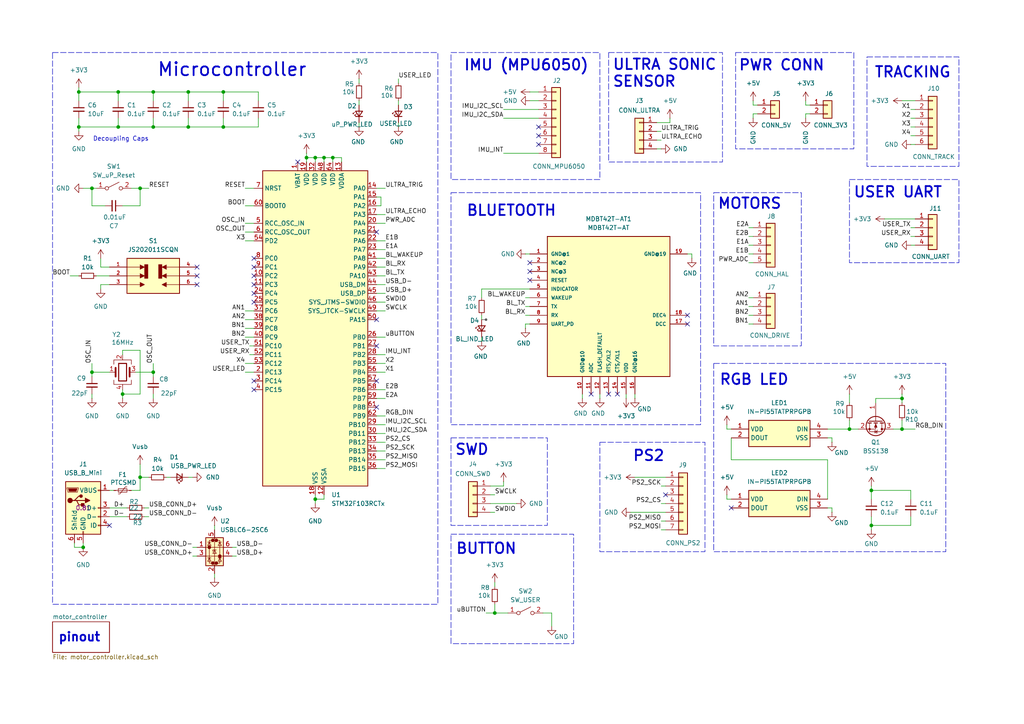
<source format=kicad_sch>
(kicad_sch (version 20250114) (generator "eeschema") (generator_version "9.0")
  (paper "A4")
  (title_block (title "Robot Brain PCB Board") (date "2025-05-06") (rev "1.0") (company "Rana Seif"))
  (rectangle (start 130.81 154.94) (end 166.37 186.69) (stroke (width 0) (type dash)))
  (rectangle (start 207.01 55.88) (end 232.41 100.33) (stroke (width 0) (type dash)))
  (rectangle (start 130.81 15.24) (end 173.99 52.07) (stroke (width 0) (type dash)))
  (rectangle (start 173.99 128.27) (end 204.47 160.02) (stroke (width 0) (type dash)))
  (rectangle (start 15.24 15.24) (end 127 175.26) (stroke (width 0) (type dash)))
  (rectangle (start 176.53 15.24) (end 209.55 46.99) (stroke (width 0) (type dash)))
  (rectangle (start 246.38 52.07) (end 278.13 76.2) (stroke (width 0) (type dash)))
  (rectangle (start 251.46 16.51) (end 278.13 48.26) (stroke (width 0) (type dash)))
  (rectangle (start 130.81 127) (end 158.75 152.4) (stroke (width 0) (type dash)))
  (rectangle (start 213.36 15.24) (end 247.65 43.18) (stroke (width 0) (type dash)))
  (rectangle (start 130.81 55.88) (end 203.2 123.19) (stroke (width 0) (type dash)))
  (rectangle (start 207.01 105.41) (end 274.32 160.02) (stroke (width 0) (type dash)))
  (text "PWR CONN" (at 214.122 19.05 0) (effects (font (size 3.048 3.048) (thickness 0.508) (bold yes)) (justify left)))
  (text "ULTRA SONIC\nSENSOR" (at 177.546 21.336 0) (effects (font (size 3.048 3.048) (thickness 0.508) (bold yes)) (justify left)))
  (text "Decoupling Caps" (at 35.052 40.386 0) (effects (font (size 1.27 1.27))))
  (text "BUTTON" (at 132.08 159.258 0) (effects (font (size 3.048 3.048) (thickness 0.508) (bold yes)) (justify left)))
  (text "MOTORS" (at 208.026 59.182 0) (effects (font (size 3.048 3.048) (thickness 0.508) (bold yes)) (justify left)))
  (text "PS2" (at 183.388 132.334 0) (effects (font (size 3.048 3.048) (thickness 0.508) (bold yes)) (justify left)))
  (text "RGB LED" (at 208.534 110.236 0) (effects (font (size 3.048 3.048) (thickness 0.508) (bold yes)) (justify left)))
  (text "Microcontroller" (at 67.31 20.32 0) (effects (font (size 3.81 3.81) (thickness 0.508) (bold yes))))
  (text "TRACKING\n" (at 253.492 21.082 0) (effects (font (size 3.048 3.048) (thickness 0.508) (bold yes)) (justify left)))
  (text "pinout" (at 16.764 184.912 0) (effects (font (size 2.54 2.54) (thickness 0.508) (bold yes)) (justify left)))
  (text "IMU (MPU6050)" (at 152.654 19.05 0) (effects (font (size 3.048 3.048) (thickness 0.508) (bold yes))))
  (text "SWD" (at 131.826 130.556 0) (effects (font (size 3.048 3.048) (thickness 0.508) (bold yes)) (justify left)))
  (text "USER UART\n" (at 247.396 55.88 0) (effects (font (size 3.048 3.048) (thickness 0.508) (bold yes)) (justify left)))
  (text "BLUETOOTH" (at 148.336 61.214 0) (effects (font (size 3.048 3.048) (thickness 0.508) (bold yes))))
  (junction (at 246.38 124.46))
  (junction (at 26.67 54.61))
  (junction (at 40.64 138.43))
  (junction (at 34.29 36.83))
  (junction (at 252.73 152.4))
  (junction (at 35.56 114.3))
  (junction (at 24.13 158.75))
  (junction (at 261.62 115.57))
  (junction (at 44.45 26.67))
  (junction (at 40.64 54.61))
  (junction (at 96.52 45.72))
  (junction (at 64.77 36.83))
  (junction (at 252.73 142.24))
  (junction (at 93.98 45.72))
  (junction (at 91.44 144.78))
  (junction (at 54.61 26.67))
  (junction (at 34.29 26.67))
  (junction (at 64.77 26.67))
  (junction (at 44.45 36.83))
  (junction (at 91.44 45.72))
  (junction (at 143.51 177.8))
  (junction (at 88.9 45.72))
  (junction (at 22.86 36.83))
  (junction (at 44.45 107.95))
  (junction (at 261.62 124.46))
  (junction (at 54.61 36.83))
  (junction (at 22.86 26.67))
  (junction (at 26.67 107.95))
  (no_connect (at 176.53 114.3))
  (no_connect (at 109.22 110.49))
  (no_connect (at 86.36 46.99))
  (no_connect (at 153.67 81.28))
  (no_connect (at 73.66 77.47))
  (no_connect (at 57.15 80.01))
  (no_connect (at 153.67 78.74))
  (no_connect (at 73.66 110.49))
  (no_connect (at 199.39 93.98))
  (no_connect (at 171.45 114.3))
  (no_connect (at 109.22 92.71))
  (no_connect (at 199.39 91.44))
  (no_connect (at 156.21 41.91))
  (no_connect (at 109.22 118.11))
  (no_connect (at 73.66 82.55))
  (no_connect (at 156.21 39.37))
  (no_connect (at 109.22 67.31))
  (no_connect (at 73.66 80.01))
  (no_connect (at 31.75 152.4))
  (no_connect (at 73.66 113.03))
  (no_connect (at 179.07 114.3))
  (no_connect (at 109.22 100.33))
  (no_connect (at 212.09 147.32))
  (no_connect (at 57.15 77.47))
  (no_connect (at 73.66 85.09))
  (no_connect (at 153.67 76.2))
  (no_connect (at 73.66 74.93))
  (no_connect (at 193.04 143.51))
  (no_connect (at 73.66 87.63))
  (no_connect (at 57.15 82.55))
  (no_connect (at 156.21 36.83))
  (wire (pts (xy 139.7 83.82) (xy 139.7 86.36)))
  (wire (pts (xy 194.31 35.56) (xy 194.31 34.29)))
  (wire (pts (xy 27.94 80.01) (xy 31.75 80.01)))
  (wire (pts (xy 143.51 177.8) (xy 147.32 177.8)))
  (wire (pts (xy 71.12 90.17) (xy 73.66 90.17)))
  (wire (pts (xy 71.12 92.71) (xy 73.66 92.71)))
  (wire (pts (xy 55.88 161.29) (xy 57.15 161.29)))
  (wire (pts (xy 22.86 25.4) (xy 22.86 26.67)))
  (wire (pts (xy 96.52 45.72) (xy 99.06 45.72)))
  (wire (pts (xy 217.17 71.12) (xy 218.44 71.12)))
  (wire (pts (xy 191.77 151.13) (xy 193.04 151.13)))
  (wire (pts (xy 190.5 38.1) (xy 191.77 38.1)))
  (wire (pts (xy 109.22 130.81) (xy 111.76 130.81)))
  (wire (pts (xy 109.22 87.63) (xy 111.76 87.63)))
  (wire (pts (xy 34.29 26.67) (xy 22.86 26.67)))
  (wire (pts (xy 218.44 34.29) (xy 218.44 33.02)))
  (wire (pts (xy 241.3 127) (xy 240.03 127)))
  (wire (pts (xy 35.56 101.6) (xy 40.64 101.6)))
  (wire (pts (xy 109.22 135.89) (xy 111.76 135.89)))
  (wire (pts (xy 210.82 144.78) (xy 210.82 143.51)))
  (wire (pts (xy 40.64 54.61) (xy 43.18 54.61)))
  (wire (pts (xy 71.12 59.69) (xy 73.66 59.69)))
  (wire (pts (xy 212.09 144.78) (xy 210.82 144.78)))
  (wire (pts (xy 71.12 69.85) (xy 73.66 69.85)))
  (wire (pts (xy 160.02 177.8) (xy 157.48 177.8)))
  (wire (pts (xy 64.77 26.67) (xy 54.61 26.67)))
  (wire (pts (xy 93.98 45.72) (xy 96.52 45.72)))
  (wire (pts (xy 254 116.84) (xy 254 115.57)))
  (wire (pts (xy 54.61 34.29) (xy 54.61 36.83)))
  (wire (pts (xy 29.21 82.55) (xy 31.75 82.55)))
  (wire (pts (xy 233.68 30.48) (xy 233.68 29.21)))
  (wire (pts (xy 139.7 91.44) (xy 139.7 92.71)))
  (wire (pts (xy 217.17 88.9) (xy 218.44 88.9)))
  (wire (pts (xy 62.23 166.37) (xy 62.23 167.64)))
  (wire (pts (xy 264.16 142.24) (xy 252.73 142.24)))
  (wire (pts (xy 219.71 30.48) (xy 218.44 30.48)))
  (wire (pts (xy 24.13 54.61) (xy 26.67 54.61)))
  (wire (pts (xy 190.5 40.64) (xy 191.77 40.64)))
  (wire (pts (xy 142.24 140.97) (xy 146.05 140.97)))
  (wire (pts (xy 35.56 114.3) (xy 35.56 115.57)))
  (wire (pts (xy 233.68 33.02) (xy 234.95 33.02)))
  (wire (pts (xy 184.15 114.3) (xy 184.15 115.57)))
  (wire (pts (xy 199.39 73.66) (xy 200.66 73.66)))
  (wire (pts (xy 55.88 158.75) (xy 57.15 158.75)))
  (wire (pts (xy 217.17 76.2) (xy 218.44 76.2)))
  (wire (pts (xy 22.86 26.67) (xy 22.86 29.21)))
  (wire (pts (xy 29.21 83.82) (xy 29.21 82.55)))
  (wire (pts (xy 246.38 114.3) (xy 246.38 116.84)))
  (wire (pts (xy 210.82 124.46) (xy 210.82 123.19)))
  (wire (pts (xy 38.1 142.24) (xy 40.64 142.24)))
  (wire (pts (xy 41.91 149.86) (xy 43.18 149.86)))
  (wire (pts (xy 26.67 59.69) (xy 26.67 54.61)))
  (wire (pts (xy 264.16 68.58) (xy 265.43 68.58)))
  (wire (pts (xy 248.92 124.46) (xy 246.38 124.46)))
  (wire (pts (xy 191.77 140.97) (xy 193.04 140.97)))
  (wire (pts (xy 217.17 86.36) (xy 218.44 86.36)))
  (wire (pts (xy 91.44 45.72) (xy 93.98 45.72)))
  (wire (pts (xy 143.51 175.26) (xy 143.51 177.8)))
  (wire (pts (xy 264.16 149.86) (xy 264.16 152.4)))
  (wire (pts (xy 261.62 121.92) (xy 261.62 124.46)))
  (wire (pts (xy 24.13 157.48) (xy 24.13 158.75)))
  (wire (pts (xy 109.22 128.27) (xy 111.76 128.27)))
  (wire (pts (xy 71.12 107.95) (xy 73.66 107.95)))
  (wire (pts (xy 22.86 36.83) (xy 22.86 34.29)))
  (wire (pts (xy 261.62 115.57) (xy 261.62 116.84)))
  (wire (pts (xy 71.12 97.79) (xy 73.66 97.79)))
  (wire (pts (xy 88.9 45.72) (xy 91.44 45.72)))
  (wire (pts (xy 264.16 39.37) (xy 265.43 39.37)))
  (wire (pts (xy 91.44 45.72) (xy 91.44 46.99)))
  (wire (pts (xy 29.21 77.47) (xy 29.21 74.93)))
  (wire (pts (xy 35.56 59.69) (xy 40.64 59.69)))
  (wire (pts (xy 109.22 85.09) (xy 111.76 85.09)))
  (wire (pts (xy 152.4 86.36) (xy 153.67 86.36)))
  (wire (pts (xy 93.98 144.78) (xy 91.44 144.78)))
  (wire (pts (xy 261.62 124.46) (xy 259.08 124.46)))
  (wire (pts (xy 71.12 64.77) (xy 73.66 64.77)))
  (wire (pts (xy 74.93 29.21) (xy 74.93 26.67)))
  (wire (pts (xy 109.22 107.95) (xy 111.76 107.95)))
  (wire (pts (xy 217.17 66.04) (xy 218.44 66.04)))
  (wire (pts (xy 72.39 102.87) (xy 73.66 102.87)))
  (wire (pts (xy 93.98 45.72) (xy 93.98 46.99)))
  (wire (pts (xy 153.67 93.98) (xy 152.4 93.98)))
  (wire (pts (xy 31.75 142.24) (xy 33.02 142.24)))
  (wire (pts (xy 109.22 115.57) (xy 111.76 115.57)))
  (wire (pts (xy 264.16 41.91) (xy 265.43 41.91)))
  (wire (pts (xy 264.16 152.4) (xy 252.73 152.4)))
  (wire (pts (xy 22.86 36.83) (xy 22.86 38.1)))
  (wire (pts (xy 54.61 138.43) (xy 55.88 138.43)))
  (wire (pts (xy 212.09 124.46) (xy 210.82 124.46)))
  (wire (pts (xy 152.4 88.9) (xy 153.67 88.9)))
  (wire (pts (xy 109.22 120.65) (xy 111.76 120.65)))
  (wire (pts (xy 64.77 34.29) (xy 64.77 36.83)))
  (wire (pts (xy 191.77 153.67) (xy 193.04 153.67)))
  (wire (pts (xy 67.31 161.29) (xy 68.58 161.29)))
  (wire (pts (xy 91.44 144.78) (xy 91.44 143.51)))
  (wire (pts (xy 152.4 73.66) (xy 153.67 73.66)))
  (wire (pts (xy 152.4 91.44) (xy 153.67 91.44)))
  (wire (pts (xy 54.61 36.83) (xy 44.45 36.83)))
  (wire (pts (xy 39.37 107.95) (xy 44.45 107.95)))
  (wire (pts (xy 109.22 57.15) (xy 110.49 57.15)))
  (wire (pts (xy 246.38 124.46) (xy 246.38 121.92)))
  (wire (pts (xy 44.45 26.67) (xy 34.29 26.67)))
  (wire (pts (xy 40.64 142.24) (xy 40.64 138.43)))
  (wire (pts (xy 146.05 140.97) (xy 146.05 139.7)))
  (wire (pts (xy 96.52 45.72) (xy 96.52 46.99)))
  (wire (pts (xy 146.05 44.45) (xy 156.21 44.45)))
  (wire (pts (xy 217.17 68.58) (xy 218.44 68.58)))
  (wire (pts (xy 264.16 66.04) (xy 265.43 66.04)))
  (wire (pts (xy 44.45 36.83) (xy 34.29 36.83)))
  (wire (pts (xy 152.4 93.98) (xy 152.4 95.25)))
  (wire (pts (xy 71.12 105.41) (xy 73.66 105.41)))
  (wire (pts (xy 109.22 54.61) (xy 111.76 54.61)))
  (wire (pts (xy 241.3 148.59) (xy 241.3 147.32)))
  (wire (pts (xy 40.64 101.6) (xy 40.64 114.3)))
  (wire (pts (xy 234.95 30.48) (xy 233.68 30.48)))
  (wire (pts (xy 31.75 149.86) (xy 36.83 149.86)))
  (wire (pts (xy 109.22 59.69) (xy 110.49 59.69)))
  (wire (pts (xy 264.16 34.29) (xy 265.43 34.29)))
  (wire (pts (xy 190.5 35.56) (xy 194.31 35.56)))
  (wire (pts (xy 217.17 91.44) (xy 218.44 91.44)))
  (wire (pts (xy 191.77 146.05) (xy 193.04 146.05)))
  (wire (pts (xy 168.91 114.3) (xy 168.91 115.57)))
  (wire (pts (xy 264.16 71.12) (xy 265.43 71.12)))
  (wire (pts (xy 40.64 138.43) (xy 43.18 138.43)))
  (wire (pts (xy 88.9 44.45) (xy 88.9 45.72)))
  (wire (pts (xy 109.22 102.87) (xy 111.76 102.87)))
  (wire (pts (xy 31.75 147.32) (xy 36.83 147.32)))
  (wire (pts (xy 241.3 147.32) (xy 240.03 147.32)))
  (wire (pts (xy 109.22 105.41) (xy 111.76 105.41)))
  (wire (pts (xy 109.22 97.79) (xy 111.76 97.79)))
  (wire (pts (xy 71.12 67.31) (xy 73.66 67.31)))
  (wire (pts (xy 212.09 133.35) (xy 240.03 133.35)))
  (wire (pts (xy 93.98 143.51) (xy 93.98 144.78)))
  (wire (pts (xy 181.61 114.3) (xy 181.61 115.57)))
  (wire (pts (xy 40.64 138.43) (xy 40.64 134.62)))
  (wire (pts (xy 218.44 33.02) (xy 219.71 33.02)))
  (wire (pts (xy 256.54 63.5) (xy 265.43 63.5)))
  (wire (pts (xy 109.22 125.73) (xy 111.76 125.73)))
  (wire (pts (xy 139.7 97.79) (xy 139.7 99.06)))
  (wire (pts (xy 35.56 114.3) (xy 35.56 113.03)))
  (wire (pts (xy 233.68 34.29) (xy 233.68 33.02)))
  (wire (pts (xy 64.77 26.67) (xy 64.77 29.21)))
  (wire (pts (xy 40.64 114.3) (xy 35.56 114.3)))
  (wire (pts (xy 142.24 148.59) (xy 143.51 148.59)))
  (wire (pts (xy 142.24 146.05) (xy 149.86 146.05)))
  (wire (pts (xy 21.59 158.75) (xy 24.13 158.75)))
  (wire (pts (xy 30.48 59.69) (xy 26.67 59.69)))
  (wire (pts (xy 74.93 34.29) (xy 74.93 36.83)))
  (wire (pts (xy 26.67 114.3) (xy 26.67 115.57)))
  (wire (pts (xy 252.73 152.4) (xy 252.73 149.86)))
  (wire (pts (xy 54.61 26.67) (xy 54.61 29.21)))
  (wire (pts (xy 173.99 114.3) (xy 173.99 115.57)))
  (wire (pts (xy 44.45 26.67) (xy 44.45 29.21)))
  (wire (pts (xy 88.9 45.72) (xy 88.9 46.99)))
  (wire (pts (xy 31.75 77.47) (xy 29.21 77.47)))
  (wire (pts (xy 200.66 73.66) (xy 200.66 74.93)))
  (wire (pts (xy 109.22 77.47) (xy 111.76 77.47)))
  (wire (pts (xy 109.22 69.85) (xy 111.76 69.85)))
  (wire (pts (xy 104.14 22.86) (xy 104.14 24.13)))
  (wire (pts (xy 34.29 26.67) (xy 34.29 29.21)))
  (wire (pts (xy 48.26 138.43) (xy 49.53 138.43)))
  (wire (pts (xy 261.62 124.46) (xy 265.43 124.46)))
  (wire (pts (xy 146.05 31.75) (xy 156.21 31.75)))
  (wire (pts (xy 217.17 93.98) (xy 218.44 93.98)))
  (wire (pts (xy 212.09 127) (xy 212.09 133.35)))
  (wire (pts (xy 109.22 64.77) (xy 111.76 64.77)))
  (wire (pts (xy 153.67 83.82) (xy 139.7 83.82)))
  (wire (pts (xy 34.29 36.83) (xy 22.86 36.83)))
  (wire (pts (xy 109.22 113.03) (xy 111.76 113.03)))
  (wire (pts (xy 146.05 34.29) (xy 156.21 34.29)))
  (wire (pts (xy 252.73 152.4) (xy 252.73 153.67)))
  (wire (pts (xy 264.16 142.24) (xy 264.16 144.78)))
  (wire (pts (xy 264.16 36.83) (xy 265.43 36.83)))
  (wire (pts (xy 40.64 54.61) (xy 40.64 59.69)))
  (wire (pts (xy 26.67 107.95) (xy 26.67 109.22)))
  (wire (pts (xy 115.57 29.21) (xy 115.57 30.48)))
  (wire (pts (xy 71.12 54.61) (xy 73.66 54.61)))
  (wire (pts (xy 217.17 73.66) (xy 218.44 73.66)))
  (wire (pts (xy 99.06 46.99) (xy 99.06 45.72)))
  (wire (pts (xy 115.57 22.86) (xy 115.57 24.13)))
  (wire (pts (xy 21.59 157.48) (xy 21.59 158.75)))
  (wire (pts (xy 261.62 114.3) (xy 261.62 115.57)))
  (wire (pts (xy 240.03 133.35) (xy 240.03 144.78)))
  (wire (pts (xy 91.44 144.78) (xy 91.44 146.05)))
  (wire (pts (xy 41.91 147.32) (xy 43.18 147.32)))
  (wire (pts (xy 62.23 152.4) (xy 62.23 153.67)))
  (wire (pts (xy 35.56 102.87) (xy 35.56 101.6)))
  (wire (pts (xy 240.03 124.46) (xy 246.38 124.46)))
  (wire (pts (xy 44.45 107.95) (xy 44.45 109.22)))
  (wire (pts (xy 143.51 168.91) (xy 143.51 170.18)))
  (wire (pts (xy 252.73 140.97) (xy 252.73 142.24)))
  (wire (pts (xy 26.67 105.41) (xy 26.67 107.95)))
  (wire (pts (xy 218.44 30.48) (xy 218.44 29.21)))
  (wire (pts (xy 64.77 36.83) (xy 54.61 36.83)))
  (wire (pts (xy 71.12 95.25) (xy 73.66 95.25)))
  (wire (pts (xy 109.22 62.23) (xy 111.76 62.23)))
  (wire (pts (xy 153.67 29.21) (xy 156.21 29.21)))
  (wire (pts (xy 109.22 123.19) (xy 111.76 123.19)))
  (wire (pts (xy 44.45 34.29) (xy 44.45 36.83)))
  (wire (pts (xy 26.67 54.61) (xy 27.94 54.61)))
  (wire (pts (xy 31.75 107.95) (xy 26.67 107.95)))
  (wire (pts (xy 264.16 31.75) (xy 265.43 31.75)))
  (wire (pts (xy 44.45 114.3) (xy 44.45 115.57)))
  (wire (pts (xy 104.14 29.21) (xy 104.14 30.48)))
  (wire (pts (xy 115.57 35.56) (xy 115.57 36.83)))
  (wire (pts (xy 74.93 36.83) (xy 64.77 36.83)))
  (wire (pts (xy 241.3 128.27) (xy 241.3 127)))
  (wire (pts (xy 190.5 43.18) (xy 191.77 43.18)))
  (wire (pts (xy 184.15 138.43) (xy 193.04 138.43)))
  (wire (pts (xy 67.31 158.75) (xy 68.58 158.75)))
  (wire (pts (xy 74.93 26.67) (xy 64.77 26.67)))
  (wire (pts (xy 109.22 74.93) (xy 111.76 74.93)))
  (wire (pts (xy 109.22 82.55) (xy 111.76 82.55)))
  (wire (pts (xy 140.97 177.8) (xy 143.51 177.8)))
  (wire (pts (xy 252.73 142.24) (xy 252.73 144.78)))
  (wire (pts (xy 254 115.57) (xy 261.62 115.57)))
  (wire (pts (xy 20.32 80.01) (xy 22.86 80.01)))
  (wire (pts (xy 109.22 90.17) (xy 111.76 90.17)))
  (wire (pts (xy 153.67 26.67) (xy 156.21 26.67)))
  (wire (pts (xy 72.39 100.33) (xy 73.66 100.33)))
  (wire (pts (xy 34.29 34.29) (xy 34.29 36.83)))
  (wire (pts (xy 38.1 54.61) (xy 40.64 54.61)))
  (wire (pts (xy 109.22 80.01) (xy 111.76 80.01)))
  (wire (pts (xy 54.61 26.67) (xy 44.45 26.67)))
  (wire (pts (xy 104.14 35.56) (xy 104.14 36.83)))
  (wire (pts (xy 44.45 105.41) (xy 44.45 107.95)))
  (wire (pts (xy 142.24 143.51) (xy 143.51 143.51)))
  (wire (pts (xy 109.22 133.35) (xy 111.76 133.35)))
  (wire (pts (xy 160.02 181.61) (xy 160.02 177.8)))
  (wire (pts (xy 110.49 57.15) (xy 110.49 59.69)))
  (wire (pts (xy 261.62 29.21) (xy 265.43 29.21)))
  (wire (pts (xy 182.88 148.59) (xy 193.04 148.59)))
  (wire (pts (xy 109.22 72.39) (xy 111.76 72.39)))
  (label "SWCLK" (at 111.76 90.17 0))
  (label "IMU_I2C_SCL" (at 111.76 123.19 0))
  (label "BN1" (at 71.12 95.25 180))
  (label "E1A" (at 217.17 71.12 180))
  (label "BL_TX" (at 152.4 88.9 180))
  (label "IMU_INT" (at 111.76 102.87 0))
  (label "BN1" (at 217.17 93.98 180))
  (label "USB_D-" (at 111.76 82.55 0))
  (label "X4" (at 264.16 39.37 180))
  (label "PS2_CS" (at 111.76 128.27 0))
  (label "IMU_I2C_SCL" (at 146.05 31.75 180))
  (label "E2A" (at 111.76 115.57 0))
  (label "ULTRA_ECHO" (at 191.77 40.64 0))
  (label "OSC_IN" (at 26.67 105.41 90))
  (label "PS2_MISO" (at 111.76 133.35 0))
  (label "USER_LED" (at 115.57 22.86 0))
  (label "USB_CONN_D-" (at 55.88 158.75 180))
  (label "IMU_I2C_SDA" (at 146.05 34.29 180))
  (label "USER_TX" (at 72.39 100.33 180))
  (label "BL_RX" (at 111.76 77.47 0))
  (label "RGB_DIN" (at 265.43 124.46 0))
  (label "D-" (at 33.02 149.86 0))
  (label "AN1" (at 71.12 90.17 180))
  (label "IMU_I2C_SDA" (at 111.76 125.73 0))
  (label "SWDIO" (at 111.76 87.63 0))
  (label "USER_RX" (at 264.16 68.58 180))
  (label "USB_D-" (at 68.58 158.75 0))
  (label "uBUTTON" (at 140.97 177.8 180))
  (label "PS2_MISO" (at 191.77 151.13 180))
  (label "RESET" (at 43.18 54.61 0))
  (label "E2A" (at 217.17 66.04 180))
  (label "AN2" (at 71.12 92.71 180))
  (label "D+" (at 33.02 147.32 0))
  (label "BN2" (at 217.17 91.44 180))
  (label "E2B" (at 217.17 68.58 180))
  (label "USB_CONN_D+" (at 43.18 147.32 0))
  (label "X1" (at 111.76 107.95 0))
  (label "PWR_ADC" (at 217.17 76.2 180))
  (label "PS2_SCK" (at 111.76 130.81 0))
  (label "X3" (at 264.16 36.83 180))
  (label "PS2_MOSI" (at 191.77 153.67 180))
  (label "X4" (at 71.12 105.41 180))
  (label "USB_CONN_D+" (at 55.88 161.29 180))
  (label "USB_CONN_D-" (at 43.18 149.86 0))
  (label "RESET" (at 71.12 54.61 180))
  (label "USER_RX" (at 72.39 102.87 180))
  (label "E1B" (at 217.17 73.66 180))
  (label "BN2" (at 71.12 97.79 180))
  (label "E2B" (at 111.76 113.03 0))
  (label "USER_TX" (at 264.16 66.04 180))
  (label "PS2_CS" (at 191.77 146.05 180))
  (label "uBUTTON" (at 111.76 97.79 0))
  (label "OSC_IN" (at 71.12 64.77 180))
  (label "BOOT" (at 71.12 59.69 180))
  (label "ULTRA_TRIG" (at 111.76 54.61 0))
  (label "SWCLK" (at 143.51 143.51 0))
  (label "USB_D+" (at 111.76 85.09 0))
  (label "USB_D+" (at 68.58 161.29 0))
  (label "X2" (at 264.16 34.29 180))
  (label "USER_LED" (at 71.12 107.95 180))
  (label "OSC_OUT" (at 44.45 105.41 90))
  (label "BL_WAKEUP" (at 111.76 74.93 0))
  (label "X1" (at 264.16 31.75 180))
  (label "E1A" (at 111.76 72.39 0))
  (label "E1B" (at 111.76 69.85 0))
  (label "SWDIO" (at 143.51 148.59 0))
  (label "PS2_SCK" (at 191.77 140.97 180))
  (label "BL_TX" (at 111.76 80.01 0))
  (label "ULTRA_TRIG" (at 191.77 38.1 0))
  (label "X3" (at 71.12 69.85 180))
  (label "X2" (at 111.76 105.41 0))
  (label "PS2_MOSI" (at 111.76 135.89 0))
  (label "PWR_ADC" (at 111.76 64.77 0))
  (label "RGB_DIN" (at 111.76 120.65 0))
  (label "AN2" (at 217.17 86.36 180))
  (label "AN1" (at 217.17 88.9 180))
  (label "BOOT" (at 20.32 80.01 180))
  (label "ULTRA_ECHO" (at 111.76 62.23 0))
  (label "IMU_INT" (at 146.05 44.45 180))
  (label "BL_WAKEUP" (at 152.4 86.36 180))
  (label "BL_RX" (at 152.4 91.44 180))
  (label "OSC_OUT" (at 71.12 67.31 180))
  (netclass_flag "" (length 1.27) (shape dot) (at 139.7 92.71 270) (property "Netclass" "signal" (effects (hide yes))))
  (symbol (lib_id "Device:C_Small") (at 252.73 147.32 0) (unit 1)
    (property "Reference" "C12" (at 255.27 146.0562 0) (effects (justify left)))
    (property "Value" "0.1uF" (at 255.27 148.5962 0) (effects (justify left)))
    (property "Footprint" "Capacitor_SMD:C_0805_2012Metric_Pad1.18x1.45mm_HandSolder" (effects (hide yes)))
    (property "Description" "Unpolarized capacitor, small symbol" (effects (hide yes)))
    (property "Mouser" "https://www.mouser.com/ProductDetail/KYOCERA-AVX/KAM21BR71H104JT?qs=sGAEpiMZZMsh%252B1woXyUXj17cMikWvs6%2F6aKx5H2Tu1A%3D" (effects (hide yes)))
    (property "Mfr #P" "KAM21BR71H104JT" (effects (hide yes)))
    (property "Unit Price($)" "0.20" (effects (hide yes)))
  )
  (symbol (lib_id "power:GND") (at 264.16 41.91 270) (unit 1)
    (property "Reference" "#PWR049" (effects (hide yes)))
    (property "Value" "GND" (at 260.604 41.91 90) (effects (justify right)))
    (property "Description" "Power symbol creates a global label with name \"GND\" , ground" (effects (hide yes)))
  )
  (symbol (lib_id "power:+3V3") (at 184.15 138.43 90) (unit 1)
    (property "Reference" "#PWR047" (effects (hide yes)))
    (property "Value" "+3V3" (at 180.34 138.4299 90) (effects (justify left)))
    (property "Description" "Power symbol creates a global label with name \"+3V3\"" (effects (hide yes)))
  )
  (symbol (lib_id "Device:C_Small") (at 44.45 31.75 0) (unit 1)
    (property "Reference" "C2" (at 46.99 30.4862 0) (effects (justify left)))
    (property "Value" "0.1uF" (at 46.99 33.0262 0) (effects (justify left)))
    (property "Footprint" "Capacitor_SMD:C_0805_2012Metric_Pad1.18x1.45mm_HandSolder" (effects (hide yes)))
    (property "Description" "Unpolarized capacitor, small symbol" (effects (hide yes)))
    (property "Mouser" "https://www.mouser.com/ProductDetail/KYOCERA-AVX/KAM21BR71H104JT?qs=sGAEpiMZZMsh%252B1woXyUXj17cMikWvs6%2F6aKx5H2Tu1A%3D" (effects (hide yes)))
    (property "Mfr #P" "KAM21BR71H104JT" (effects (hide yes)))
    (property "Unit Price($)" "0.20" (effects (hide yes)))
  )
  (symbol (lib_id "Device:C_Small") (at 54.61 31.75 0) (unit 1)
    (property "Reference" "C3" (at 57.15 30.4862 0) (effects (justify left)))
    (property "Value" "0.1uF" (at 57.15 33.0262 0) (effects (justify left)))
    (property "Footprint" "Capacitor_SMD:C_0805_2012Metric_Pad1.18x1.45mm_HandSolder" (effects (hide yes)))
    (property "Description" "Unpolarized capacitor, small symbol" (effects (hide yes)))
    (property "Mouser" "https://www.mouser.com/ProductDetail/KYOCERA-AVX/KAM21BR71H104JT?qs=sGAEpiMZZMsh%252B1woXyUXj17cMikWvs6%2F6aKx5H2Tu1A%3D" (effects (hide yes)))
    (property "Mfr #P" "KAM21BR71H104JT" (effects (hide yes)))
    (property "Unit Price($)" "0.20" (effects (hide yes)))
  )
  (symbol (lib_id "power:GND") (at 139.7 99.06 0) (unit 1)
    (property "Reference" "#PWR029" (effects (hide yes)))
    (property "Value" "GND" (at 141.478 103.378 0) (effects (justify right)))
    (property "Description" "Power symbol creates a global label with name \"GND\" , ground" (effects (hide yes)))
  )
  (symbol (lib_id "power:GND") (at 264.16 71.12 270) (unit 1)
    (property "Reference" "#PWR052" (effects (hide yes)))
    (property "Value" "GND" (at 260.604 71.12 90) (effects (justify right)))
    (property "Description" "Power symbol creates a global label with name \"GND\" , ground" (effects (hide yes)))
  )
  (symbol (lib_id "Device:C_Small") (at 64.77 31.75 0) (unit 1)
    (property "Reference" "C4" (at 67.31 30.4862 0) (effects (justify left)))
    (property "Value" "0.1uF" (at 67.31 33.0262 0) (effects (justify left)))
    (property "Footprint" "Capacitor_SMD:C_0805_2012Metric_Pad1.18x1.45mm_HandSolder" (effects (hide yes)))
    (property "Description" "Unpolarized capacitor, small symbol" (effects (hide yes)))
    (property "Mouser" "https://www.mouser.com/ProductDetail/KYOCERA-AVX/KAM21BR71H104JT?qs=sGAEpiMZZMsh%252B1woXyUXj17cMikWvs6%2F6aKx5H2Tu1A%3D" (effects (hide yes)))
    (property "Mfr #P" "KAM21BR71H104JT" (effects (hide yes)))
    (property "Unit Price($)" "0.20" (effects (hide yes)))
  )
  (symbol (lib_id "Connector_Generic:Conn_01x05") (at 223.52 71.12 0) (unit 1)
    (property "Reference" "J8" (at 222.504 62.738 0) (effects (justify left)))
    (property "Value" "CONN_HAL" (at 218.948 79.502 0) (effects (justify left)))
    (property "Footprint" "Connector_JST:JST_XH_B5B-XH-A_1x05_P2.50mm_Vertical" (effects (hide yes)))
    (property "Description" "Generic connector, single row, 01x05, script generated (kicad-library-utils/schlib/autogen/connector/)" (effects (hide yes)))
  )
  (symbol (lib_id "SW_uP_Boot:JS202011SCQN") (at 44.45 80.01 0) (unit 1)
    (property "Reference" "S1" (at 44.45 69.85 0))
    (property "Value" "JS202011SCQN" (at 44.45 72.39 0))
    (property "Footprint" "SW_uP_Boot:SW_uP_Boot" (effects (hide yes)))
    (property "MF" "C&K" (effects (hide yes)))
    (property "MAXIMUM_PACKAGE_HEIGHT" "5.5 mm" (effects (hide yes)))
    (property "Package" "None" (effects (hide yes)))
    (property "Price" "None" (effects (hide yes)))
    (property "Check_prices" "https://www.snapeda.com/parts/JS202011SCQN/C%2526K/view-part/?ref=eda" (effects (hide yes)))
    (property "STANDARD" "Manufacturer Recommendations" (effects (hide yes)))
    (property "PARTREV" "26 May 22" (effects (hide yes)))
    (property "SnapEDA_Link" "https://www.snapeda.com/parts/JS202011SCQN/C%2526K/view-part/?ref=snap" (effects (hide yes)))
    (property "MP" "JS202011SCQN" (effects (hide yes)))
    (property "Description_1" "Slide Switch DPDT Surface Mount" (effects (hide yes)))
    (property "MANUFACTURER" "C&K" (effects (hide yes)))
    (property "Availability" "In Stock" (effects (hide yes)))
    (property "SNAPEDA_PN" "JS202011SCQN" (effects (hide yes)))
    (property "Mouser" "https://www.mouser.com/ProductDetail/CK/JS202011SCQN?qs=LgMIjt8LuD95JYWxZ7NvZA%3D%3D&srsltid=AfmBOooDk10u84nJj48V7uU3bUDgIDkJTIEAKKzntJY8as7ztywHo2vc" (effects (hide yes)))
    (property "Mfr #P" "JS202011SCQN" (effects (hide yes)))
    (property "Unit Price($)" "0.74" (effects (hide yes)))
  )
  (symbol (lib_id "power:GND") (at 173.99 115.57 0) (unit 1)
    (property "Reference" "#PWR024" (effects (hide yes)))
    (property "Value" "GND" (at 175.514 119.888 0) (effects (justify right)))
    (property "Description" "Power symbol creates a global label with name \"GND\" , ground" (effects (hide yes)))
  )
  (symbol (lib_id "power:GND") (at 55.88 138.43 90) (unit 1)
    (property "Reference" "#PWR015" (effects (hide yes)))
    (property "Value" "GND" (at 59.69 138.4299 90) (effects (justify right)))
    (property "Description" "Power symbol creates a global label with name \"GND\" , ground" (effects (hide yes)))
  )
  (symbol (lib_id "Device:LED_Small") (at 139.7 95.25 90) (unit 1)
    (property "Reference" "D4" (at 137.668 92.964 90))
    (property "Value" "BL_IND_LED" (at 137.668 98.298 90))
    (property "Footprint" "LED_SMD:LED_0805_2012Metric_Pad1.15x1.40mm_HandSolder" (effects (hide yes)))
    (property "Description" "Light emitting diode, small symbol" (effects (hide yes)))
    (property "Sim.Pin" "1=K 2=A" (effects (hide yes)))
    (property "Mouser" "https://www.mouser.com/ProductDetail/Wurth-Elektronik/150080VS75000?qs=sGAEpiMZZMv0DJfhVcWlKwb9uSCDLxPfZ0A4%252BcEoadIpft0N0W21Jg%3D%3D" (effects (hide yes)))
    (property "Mfr #P" "150080VS75000 " (effects (hide yes)))
    (property "Unit Price($)" "0.19" (effects (hide yes)))
  )
  (symbol (lib_id "Device:LED_Small") (at 104.14 33.02 90) (unit 1)
    (property "Reference" "D2" (at 102.108 30.734 90))
    (property "Value" "uP_PWR_LED" (at 102.108 36.068 90))
    (property "Footprint" "LED_SMD:LED_0805_2012Metric_Pad1.15x1.40mm_HandSolder" (effects (hide yes)))
    (property "Description" "Light emitting diode, small symbol" (effects (hide yes)))
    (property "Sim.Pin" "1=K 2=A" (effects (hide yes)))
    (property "Mouser" "https://www.mouser.com/ProductDetail/Wurth-Elektronik/150080VS75000?qs=sGAEpiMZZMv0DJfhVcWlKwb9uSCDLxPfZ0A4%252BcEoadIpft0N0W21Jg%3D%3D" (effects (hide yes)))
    (property "Mfr #P" "150080VS75000 " (effects (hide yes)))
    (property "Unit Price($)" "0.19" (effects (hide yes)))
  )
  (symbol (lib_id "power:GND") (at 153.67 29.21 270) (unit 1)
    (property "Reference" "#PWR020" (effects (hide yes)))
    (property "Value" "GND" (at 150.114 29.21 90) (effects (justify right)))
    (property "Description" "Power symbol creates a global label with name \"GND\" , ground" (effects (hide yes)))
  )
  (symbol (lib_id "Device:LED_Small") (at 52.07 138.43 180) (unit 1)
    (property "Reference" "D1" (at 50.546 132.588 0))
    (property "Value" "USB_PWR_LED" (at 56.134 135.128 0))
    (property "Footprint" "LED_SMD:LED_0805_2012Metric_Pad1.15x1.40mm_HandSolder" (effects (hide yes)))
    (property "Description" "Light emitting diode, small symbol" (effects (hide yes)))
    (property "Sim.Pin" "1=K 2=A" (effects (hide yes)))
    (property "Mouser" "https://www.mouser.com/ProductDetail/Wurth-Elektronik/150080VS75000?qs=sGAEpiMZZMv0DJfhVcWlKwb9uSCDLxPfZ0A4%252BcEoadIpft0N0W21Jg%3D%3D" (effects (hide yes)))
    (property "Mfr #P" "150080VS75000 " (effects (hide yes)))
    (property "Unit Price($)" "0.19" (effects (hide yes)))
  )
  (symbol (lib_id "Connector_Generic:Conn_01x04") (at 137.16 143.51 0) (mirror y) (unit 1)
    (property "Reference" "J4" (at 137.16 134.62 0))
    (property "Value" "CONN_SWD" (at 137.16 137.414 0))
    (property "Footprint" "Connector_PinSocket_2.54mm:PinSocket_1x04_P2.54mm_Vertical" (effects (hide yes)))
    (property "Description" "Generic connector, single row, 01x04, script generated (kicad-library-utils/schlib/autogen/connector/)" (effects (hide yes)))
  )
  (symbol (lib_id "power:GND") (at 26.67 115.57 0) (unit 1)
    (property "Reference" "#PWR08" (effects (hide yes)))
    (property "Value" "GND" (at 26.67 120.65 0))
    (property "Description" "Power symbol creates a global label with name \"GND\" , ground" (effects (hide yes)))
  )
  (symbol (lib_id "power:+3V3") (at 143.51 168.91 0) (unit 1)
    (property "Reference" "#PWR033" (effects (hide yes)))
    (property "Value" "+3V3" (at 143.51 163.83 0))
    (property "Description" "Power symbol creates a global label with name \"+3V3\"" (effects (hide yes)))
  )
  (symbol (lib_id "Device:R_Small") (at 39.37 149.86 270) (unit 1)
    (property "Reference" "R3" (at 39.878 151.638 90))
    (property "Value" "22" (at 39.878 149.86 90))
    (property "Footprint" "Resistor_SMD:R_0805_2012Metric_Pad1.20x1.40mm_HandSolder" (effects (hide yes)))
    (property "Description" "Resistor, small symbol" (effects (hide yes)))
    (property "Mouser" "https://www.mouser.com/ProductDetail/YAGEO/RC0805FR-7W22RL?qs=tggtontpCXP%252BlWTvsYhmYQ%3D%3D" (effects (hide yes)))
    (property "Mfr #P" "RC0805FR-7W22RL " (effects (hide yes)))
    (property "Unit Price($)" "0.11" (effects (hide yes)))
  )
  (symbol (lib_id "power:+3V3") (at 218.44 29.21 0) (unit 1)
    (property "Reference" "#PWR036" (effects (hide yes)))
    (property "Value" "+5V" (at 218.44 24.13 0))
    (property "Description" "Power symbol creates a global label with name \"+3V3\"" (effects (hide yes)))
  )
  (symbol (lib_id "Device:C_Small") (at 34.29 31.75 0) (unit 1)
    (property "Reference" "C1" (at 36.83 30.4862 0) (effects (justify left)))
    (property "Value" "0.1uF" (at 36.83 33.0262 0) (effects (justify left)))
    (property "Footprint" "Capacitor_SMD:C_0805_2012Metric_Pad1.18x1.45mm_HandSolder" (effects (hide yes)))
    (property "Description" "Unpolarized capacitor, small symbol" (effects (hide yes)))
    (property "Mouser" "https://www.mouser.com/ProductDetail/KYOCERA-AVX/KAM21BR71H104JT?qs=sGAEpiMZZMsh%252B1woXyUXj17cMikWvs6%2F6aKx5H2Tu1A%3D" (effects (hide yes)))
    (property "Mfr #P" "KAM21BR71H104JT" (effects (hide yes)))
    (property "Unit Price($)" "0.20" (effects (hide yes)))
  )
  (symbol (lib_id "power:+3V3") (at 261.62 114.3 0) (unit 1)
    (property "Reference" "#PWR044" (effects (hide yes)))
    (property "Value" "+3V3" (at 261.62 109.22 0))
    (property "Description" "Power symbol creates a global label with name \"+3V3\"" (effects (hide yes)))
  )
  (symbol (lib_id "power:+3V3") (at 252.73 140.97 0) (unit 1)
    (property "Reference" "#PWR045" (effects (hide yes)))
    (property "Value" "+5V" (at 252.73 135.89 0))
    (property "Description" "Power symbol creates a global label with name \"+3V3\"" (effects (hide yes)))
  )
  (symbol (lib_id "power:GND") (at 35.56 115.57 0) (unit 1)
    (property "Reference" "#PWR010" (effects (hide yes)))
    (property "Value" "GND" (at 35.56 120.65 0))
    (property "Description" "Power symbol creates a global label with name \"GND\" , ground" (effects (hide yes)))
  )
  (symbol (lib_id "Device:R_Small") (at 139.7 88.9 0) (unit 1)
    (property "Reference" "R7" (at 136.906 86.614 0))
    (property "Value" "10k" (at 136.652 88.9 0))
    (property "Footprint" "Resistor_SMD:R_0805_2012Metric_Pad1.20x1.40mm_HandSolder" (effects (hide yes)))
    (property "Description" "Resistor, small symbol" (effects (hide yes)))
    (property "Mouser" "https://www.mouser.com/ProductDetail/KOA-Speer/RK73B2ATTE103J?qs=I90P2AZw0BqeB%252B5wjce35A%3D%3D" (effects (hide yes)))
    (property "Mfr #P" "RK73B2ATTE103J" (effects (hide yes)))
    (property "Unit Price($)" "0.11" (effects (hide yes)))
  )
  (symbol (lib_id "Connector:USB_B_Mini") (at 24.13 147.32 0) (unit 1)
    (property "Reference" "J1" (at 24.13 134.62 0))
    (property "Value" "USB_B_Mini" (at 24.13 137.16 0))
    (property "Footprint" "Connector_USB:USB_Mini-B_Lumberg_2486_01_Horizontal" (effects (hide yes)))
    (property "Description" "USB Mini Type B connector" (effects (hide yes)))
    (property "Unit Price($)" "0.81" (at 24.13 147.32 0))
    (property "Mouser" "https://www.mouser.com/ProductDetail/Same-Sky/UJ2-MBH-4-SMT-TR?qs=5mqXD9RfOg1Zr%252BwuyT2Oxw%3D%3D" (effects (hide yes)))
    (property "Mfr #P" "UJ2-MBH-4-SMT-TR " (effects (hide yes)))
  )
  (symbol (lib_id "Connector_Generic:Conn_01x08") (at 161.29 34.29 0) (unit 1)
    (property "Reference" "J2" (at 160.274 23.368 0) (effects (justify left)))
    (property "Value" "CONN_MPU6050" (at 154.432 48.26 0) (effects (justify left)))
    (property "Footprint" "Connector_PinSocket_2.54mm:PinSocket_1x08_P2.54mm_Vertical" (effects (hide yes)))
    (property "Description" "Generic connector, single row, 01x08, script generated (kicad-library-utils/schlib/autogen/connector/)" (effects (hide yes)))
  )
  (symbol (lib_id "power:GND") (at 200.66 74.93 0) (unit 1)
    (property "Reference" "#PWR021" (effects (hide yes)))
    (property "Value" "GND" (at 202.184 79.248 0) (effects (justify right)))
    (property "Description" "Power symbol creates a global label with name \"GND\" , ground" (effects (hide yes)))
  )
  (symbol (lib_id "power:GND") (at 152.4 73.66 270) (unit 1)
    (property "Reference" "#PWR026" (effects (hide yes)))
    (property "Value" "GND" (at 149.352 73.66 90) (effects (justify right)))
    (property "Description" "Power symbol creates a global label with name \"GND\" , ground" (effects (hide yes)))
  )
  (symbol (lib_id "Device:C_Small") (at 44.45 111.76 0) (unit 1)
    (property "Reference" "C8" (at 47.498 109.982 0))
    (property "Value" "22pF" (at 49.022 114.046 0))
    (property "Footprint" "Capacitor_SMD:C_0805_2012Metric_Pad1.18x1.45mm_HandSolder" (effects (hide yes)))
    (property "Description" "Unpolarized capacitor, small symbol" (effects (hide yes)))
    (property "Mouser" "https://www.mouser.com/ProductDetail/KYOCERA-AVX/0805ZA220JAT2A?qs=qVfB0%2FDaMDayn2JkoZWS9w%3D%3D" (effects (hide yes)))
    (property "Mfr #P" "0805ZA220JAT2A" (effects (hide yes)))
    (property "Unit Price($)" "0.21" (effects (hide yes)))
  )
  (symbol (lib_id "Device:R_Small") (at 246.38 119.38 0) (unit 1)
    (property "Reference" "R9" (at 243.586 117.094 0))
    (property "Value" "10k" (at 243.332 119.38 0))
    (property "Footprint" "Resistor_SMD:R_0805_2012Metric_Pad1.20x1.40mm_HandSolder" (effects (hide yes)))
    (property "Description" "Resistor, small symbol" (effects (hide yes)))
    (property "Mouser" "https://www.mouser.com/ProductDetail/KOA-Speer/RK73B2ATTE103J?qs=I90P2AZw0BqeB%252B5wjce35A%3D%3D" (effects (hide yes)))
    (property "Mfr #P" "RK73B2ATTE103J" (effects (hide yes)))
    (property "Unit Price($)" "0.11" (effects (hide yes)))
  )
  (symbol (lib_id "Device:C_Small") (at 264.16 147.32 0) (unit 1)
    (property "Reference" "C11" (at 266.7 146.0562 0) (effects (justify left)))
    (property "Value" "0.1uF" (at 266.7 148.5962 0) (effects (justify left)))
    (property "Footprint" "Capacitor_SMD:C_0805_2012Metric_Pad1.18x1.45mm_HandSolder" (effects (hide yes)))
    (property "Description" "Unpolarized capacitor, small symbol" (effects (hide yes)))
    (property "Mouser" "https://www.mouser.com/ProductDetail/KYOCERA-AVX/KAM21BR71H104JT?qs=sGAEpiMZZMsh%252B1woXyUXj17cMikWvs6%2F6aKx5H2Tu1A%3D" (effects (hide yes)))
    (property "Mfr #P" "KAM21BR71H104JT" (effects (hide yes)))
    (property "Unit Price($)" "0.20" (effects (hide yes)))
  )
  (symbol (lib_id "Device:C_Small") (at 33.02 59.69 270) (unit 1)
    (property "Reference" "C7" (at 33.02 65.532 90))
    (property "Value" "0.01uF" (at 33.274 62.992 90))
    (property "Footprint" "Capacitor_SMD:C_0805_2012Metric_Pad1.18x1.45mm_HandSolder" (effects (hide yes)))
    (property "Description" "Unpolarized capacitor, small symbol" (effects (hide yes)))
    (property "Mouser" "https://www.mouser.com/ProductDetail/KYOCERA-AVX/KAF21BR72A103JT?qs=sGAEpiMZZMvsSlwiRhF8qrQG6leidpLjcDGchfK3z7vBa8kdIii1%252Bg%3D%3D" (effects (hide yes)))
    (property "Mfr #P" "KAF21BR72A103JT " (effects (hide yes)))
    (property "Unit Price($)" "0.10" (effects (hide yes)))
  )
  (symbol (lib_id "power:+3V3") (at 181.61 115.57 180) (unit 1)
    (property "Reference" "#PWR027" (effects (hide yes)))
    (property "Value" "+3V3" (at 181.61 120.65 0))
    (property "Description" "Power symbol creates a global label with name \"+3V3\"" (effects (hide yes)))
  )
  (symbol (lib_id "power:+3V3") (at 194.31 34.29 0) (unit 1)
    (property "Reference" "#PWR028" (effects (hide yes)))
    (property "Value" "+5V" (at 194.31 29.21 0))
    (property "Description" "Power symbol creates a global label with name \"+3V3\"" (effects (hide yes)))
  )
  (symbol (lib_id "power:+3V3") (at 104.14 22.86 0) (unit 1)
    (property "Reference" "#PWR018" (effects (hide yes)))
    (property "Value" "+3V3" (at 104.14 17.78 0))
    (property "Description" "Power symbol creates a global label with name \"+3V3\"" (effects (hide yes)))
  )
  (symbol (lib_id "power:GND") (at 24.13 54.61 270) (unit 1)
    (property "Reference" "#PWR05" (effects (hide yes)))
    (property "Value" "GND" (at 20.32 54.6099 90) (effects (justify right)))
    (property "Description" "Power symbol creates a global label with name \"GND\" , ground" (effects (hide yes)))
  )
  (symbol (lib_id "Device:R_Small") (at 115.57 26.67 0) (unit 1)
    (property "Reference" "R6" (at 112.776 25.654 0))
    (property "Value" "10k" (at 112.268 27.686 0))
    (property "Footprint" "Resistor_SMD:R_0805_2012Metric_Pad1.20x1.40mm_HandSolder" (effects (hide yes)))
    (property "Description" "Resistor, small symbol" (effects (hide yes)))
    (property "Mouser" "https://www.mouser.com/ProductDetail/KOA-Speer/RK73B2ATTE103J?qs=I90P2AZw0BqeB%252B5wjce35A%3D%3D" (effects (hide yes)))
    (property "Mfr #P" "RK73B2ATTE103J" (effects (hide yes)))
    (property "Unit Price($)" "0.11" (effects (hide yes)))
  )
  (symbol (lib_id "power:+3V3") (at 22.86 25.4 0) (unit 1)
    (property "Reference" "#PWR02" (effects (hide yes)))
    (property "Value" "+3V3" (at 22.86 20.32 0))
    (property "Description" "Power symbol creates a global label with name \"+3V3\"" (effects (hide yes)))
  )
  (symbol (lib_id "power:+3V3") (at 233.68 29.21 0) (unit 1)
    (property "Reference" "#PWR037" (effects (hide yes)))
    (property "Value" "+3V3" (at 233.68 24.13 0))
    (property "Description" "Power symbol creates a global label with name \"+3V3\"" (effects (hide yes)))
  )
  (symbol (lib_id "power:GND") (at 241.3 128.27 0) (unit 1)
    (property "Reference" "#PWR039" (effects (hide yes)))
    (property "Value" "GND" (at 246.126 131.318 0) (effects (justify right)))
    (property "Description" "Power symbol creates a global label with name \"GND\" , ground" (effects (hide yes)))
  )
  (symbol (lib_id "Connector_Generic:Conn_01x02") (at 240.03 30.48 0) (unit 1)
    (property "Reference" "J6" (at 239.268 27.178 0) (effects (justify left)))
    (property "Value" "CONN_3V3" (at 235.966 36.322 0) (effects (justify left)))
    (property "Footprint" "Connector_JST:JST_XH_B2B-XH-A_1x02_P2.50mm_Vertical" (effects (hide yes)))
    (property "Description" "Generic connector, single row, 01x02, script generated (kicad-library-utils/schlib/autogen/connector/)" (effects (hide yes)))
  )
  (symbol (lib_id "Device:Polyfuse_Small") (at 35.56 142.24 90) (unit 1)
    (property "Reference" "F1" (at 35.56 137.668 90))
    (property "Value" "PTCSMD" (at 35.814 139.954 90))
    (property "Footprint" "Fuse:Fuse_0805_2012Metric_Pad1.15x1.40mm_HandSolder" (effects (hide yes)))
    (property "Description" "Resettable fuse, polymeric positive temperature coefficient, small symbol" (effects (hide yes)))
    (property "Mouser" "https://www.mouser.com/ProductDetail/Bel-Fuse/0ZCK0050AF2E?qs=jyPKP7YLNfA3woHzbzsK%2FQ%3D%3D" (effects (hide yes)))
    (property "Mfr #P" "0ZCK0050AF2E" (effects (hide yes)))
    (property "Unit Price($)" "0.32" (effects (hide yes)))
  )
  (symbol (lib_id "Device:R_Small") (at 261.62 119.38 180) (unit 1)
    (property "Reference" "R10" (at 264.414 121.666 0))
    (property "Value" "10k" (at 264.668 119.38 0))
    (property "Footprint" "Resistor_SMD:R_0805_2012Metric_Pad1.20x1.40mm_HandSolder" (effects (hide yes)))
    (property "Description" "Resistor, small symbol" (effects (hide yes)))
    (property "Mouser" "https://www.mouser.com/ProductDetail/KOA-Speer/RK73B2ATTE103J?qs=I90P2AZw0BqeB%252B5wjce35A%3D%3D" (effects (hide yes)))
    (property "Mfr #P" "RK73B2ATTE103J" (effects (hide yes)))
    (property "Unit Price($)" "0.11" (effects (hide yes)))
  )
  (symbol (lib_id "MDBT42T-AT:MDBT42T-AT") (at 176.53 88.9 0) (unit 1)
    (property "Reference" "MDBT42T-AT1" (at 176.53 63.5 0))
    (property "Value" "MDBT42T-AT" (at 176.53 66.04 0))
    (property "Footprint" "MDBT42T-AT:MDBT42T" (effects (hide yes)))
    (property "MF" "Raytac" (effects (hide yes)))
    (property "Description_1" "Bluetooth Bluetooth v5.4 Transceiver Module 2.36GHz ~ 2.5GHz Integrated, Chip Surface Mount" (effects (hide yes)))
    (property "Package" "None" (effects (hide yes)))
    (property "Price" "None" (effects (hide yes)))
    (property "SnapEDA_Link" "https://www.snapeda.com/parts/MDBT42T-AT/Raytac+Corporation/view-part/?ref=snap" (effects (hide yes)))
    (property "MP" "MDBT42T-AT" (effects (hide yes)))
    (property "Availability" "In Stock" (effects (hide yes)))
    (property "Check_prices" "https://www.snapeda.com/parts/MDBT42T-AT/Raytac+Corporation/view-part/?ref=eda" (effects (hide yes)))
  )
  (symbol (lib_id "power:+3V3") (at 88.9 44.45 0) (unit 1)
    (property "Reference" "#PWR01" (effects (hide yes)))
    (property "Value" "+3V3" (at 88.9 39.37 0))
    (property "Description" "Power symbol creates a global label with name \"+3V3\"" (effects (hide yes)))
  )
  (symbol (lib_id "Device:LED_Small") (at 115.57 33.02 90) (unit 1)
    (property "Reference" "D3" (at 118.364 30.988 90))
    (property "Value" "USER_LED" (at 114.808 35.814 90))
    (property "Footprint" "LED_SMD:LED_0805_2012Metric_Pad1.15x1.40mm_HandSolder" (effects (hide yes)))
    (property "Description" "Light emitting diode, small symbol" (effects (hide yes)))
    (property "Sim.Pin" "1=K 2=A" (effects (hide yes)))
    (property "Mouser" "https://www.mouser.com/ProductDetail/Wurth-Elektronik/150080RS75000?qs=sGAEpiMZZMv0DJfhVcWlKwb9uSCDLxPfZ0A4%252BcEoadLByPAPOjX%252B%252BQ%3D%3D" (effects (hide yes)))
    (property "Mfr #P" "150080RS75000" (effects (hide yes)))
    (property "Unit Price($)" "0.19" (effects (hide yes)))
  )
  (symbol (lib_id "power:GND") (at 241.3 148.59 0) (unit 1)
    (property "Reference" "#PWR040" (effects (hide yes)))
    (property "Value" "GND" (at 246.126 151.638 0) (effects (justify right)))
    (property "Description" "Power symbol creates a global label with name \"GND\" , ground" (effects (hide yes)))
  )
  (symbol (lib_id "power:GND") (at 233.68 34.29 0) (unit 1)
    (property "Reference" "#PWR038" (effects (hide yes)))
    (property "Value" "GND" (at 233.68 37.846 90) (effects (justify right)))
    (property "Description" "Power symbol creates a global label with name \"GND\" , ground" (effects (hide yes)))
  )
  (symbol (lib_id "power:+3V3") (at 261.62 29.21 90) (unit 1)
    (property "Reference" "#PWR050" (effects (hide yes)))
    (property "Value" "+3V3" (at 257.81 29.2099 90) (effects (justify left)))
    (property "Description" "Power symbol creates a global label with name \"+3V3\"" (effects (hide yes)))
  )
  (symbol (lib_id "Connector_Generic:Conn_01x06") (at 270.51 34.29 0) (unit 1)
    (property "Reference" "J10" (at 268.986 25.654 0) (effects (justify left)))
    (property "Value" "CONN_TRACK" (at 264.668 45.466 0) (effects (justify left)))
    (property "Footprint" "Connector_JST:JST_XH_B6B-XH-A_1x06_P2.50mm_Vertical" (effects (hide yes)))
    (property "Description" "Generic connector, single row, 01x06, script generated (kicad-library-utils/schlib/autogen/connector/)" (effects (hide yes)))
  )
  (symbol (lib_id "Switch:SW_SPST") (at 152.4 177.8 0) (unit 1)
    (property "Reference" "SW2" (at 152.4 171.45 0))
    (property "Value" "SW_USER" (at 152.4 173.99 0))
    (property "Footprint" "Button_Switch_SMD:SW_SPST_PTS647_Sx50" (effects (hide yes)))
    (property "Description" "Single Pole Single Throw (SPST) switch" (effects (hide yes)))
    (property "Mouser" "https://www.mouser.com/ProductDetail/E-Switch/TL3305BF100QG?qs=IKkN%2F947nfDIPwqPQja%252BvQ%3D%3D" (effects (hide yes)))
    (property "Mfr #P" "TL3305BF100QG" (effects (hide yes)))
    (property "Unit Price($)" "0.17" (effects (hide yes)))
  )
  (symbol (lib_id "Transistor_FET:BSS138") (at 254 121.92 270) (unit 1)
    (property "Reference" "Q1" (at 254 128.27 90))
    (property "Value" "BSS138" (at 254 130.81 90))
    (property "Footprint" "Package_TO_SOT_SMD:SOT-23" (effects (hide yes)))
    (property "Datasheet" "https://www.onsemi.com/pub/Collateral/BSS138-D.PDF" (effects (hide yes)))
    (property "Description" "50V Vds, 0.22A Id, N-Channel MOSFET, SOT-23" (effects (hide yes)))
    (property "Mouser" "https://www.mouser.com/ProductDetail/onsemi-Fairchild/BSS138?qs=HK%252BeIG1iaahCeqBvjB4arg%3D%3D&utm_id=9523809487&utm_source=google&utm_medium=cpc&utm_marketing_tactic=amercorp&gad_source=1&gbraid=0AAAAADn_wf2cV0lSxB29jQoWDRwwId2wz&gclid=Cj0KCQjw8cHABhC-ARIsAJnY12zMXAFUoQ3904vzvJd28FuY3n8joEsY5rky5Uj9eqBs7Un41wZ7yoYaAr5qEALw_wcB" (effects (hide yes)))
    (property "Mfr #P" "BSS138" (effects (hide yes)))
    (property "Unit Price($)" "0.27" (effects (hide yes)))
  )
  (symbol (lib_id "power:+3V3") (at 210.82 143.51 0) (unit 1)
    (property "Reference" "#PWR042" (effects (hide yes)))
    (property "Value" "+5V" (at 210.82 138.43 0))
    (property "Description" "Power symbol creates a global label with name \"+3V3\"" (effects (hide yes)))
  )
  (symbol (lib_id "power:GND") (at 104.14 36.83 0) (unit 1)
    (property "Reference" "#PWR016" (effects (hide yes)))
    (property "Value" "GND" (at 105.918 41.148 0) (effects (justify right)))
    (property "Description" "Power symbol creates a global label with name \"GND\" , ground" (effects (hide yes)))
  )
  (symbol (lib_id "power:VCC") (at 62.23 152.4 0) (unit 1)
    (property "Reference" "#PWR014" (effects (hide yes)))
    (property "Value" "Vusb" (at 62.23 147.32 0))
    (property "Description" "Power symbol creates a global label with name \"VCC\"" (effects (hide yes)))
  )
  (symbol (lib_id "power:GND") (at 24.13 158.75 0) (unit 1)
    (property "Reference" "#PWR011" (effects (hide yes)))
    (property "Value" "GND" (at 24.13 163.83 0))
    (property "Description" "Power symbol creates a global label with name \"GND\" , ground" (effects (hide yes)))
  )
  (symbol (lib_id "Device:C_Small") (at 74.93 31.75 0) (unit 1)
    (property "Reference" "C5" (at 77.47 30.4862 0) (effects (justify left)))
    (property "Value" "0.1uF" (at 77.47 33.0262 0) (effects (justify left)))
    (property "Footprint" "Capacitor_SMD:C_0805_2012Metric_Pad1.18x1.45mm_HandSolder" (effects (hide yes)))
    (property "Description" "Unpolarized capacitor, small symbol" (effects (hide yes)))
    (property "Mouser" "https://www.mouser.com/ProductDetail/KYOCERA-AVX/KAM21BR71H104JT?qs=sGAEpiMZZMsh%252B1woXyUXj17cMikWvs6%2F6aKx5H2Tu1A%3D" (effects (hide yes)))
    (property "Mfr #P" "KAM21BR71H104JT" (effects (hide yes)))
    (property "Unit Price($)" "0.20" (effects (hide yes)))
  )
  (symbol (lib_id "Connector_Generic:Conn_01x04") (at 270.51 66.04 0) (unit 1)
    (property "Reference" "J11" (at 269.494 60.452 0) (effects (justify left)))
    (property "Value" "CONN_UART" (at 264.414 74.422 0) (effects (justify left)))
    (property "Footprint" "Connector_JST:JST_XH_B4B-XH-A_1x04_P2.50mm_Vertical" (effects (hide yes)))
    (property "Description" "Generic connector, single row, 01x04, script generated (kicad-library-utils/schlib/autogen/connector/)" (effects (hide yes)))
  )
  (symbol (lib_id "power:GND") (at 252.73 153.67 0) (unit 1)
    (property "Reference" "#PWR046" (effects (hide yes)))
    (property "Value" "GND" (at 252.73 157.734 0))
    (property "Description" "Power symbol creates a global label with name \"GND\" , ground" (effects (hide yes)))
  )
  (symbol (lib_id "Connector_Generic:Conn_01x04") (at 223.52 88.9 0) (unit 1)
    (property "Reference" "J7" (at 222.504 83.312 0) (effects (justify left)))
    (property "Value" "CONN_DRIVE" (at 217.424 97.282 0) (effects (justify left)))
    (property "Footprint" "Connector_JST:JST_XH_B4B-XH-A_1x04_P2.50mm_Vertical" (effects (hide yes)))
    (property "Description" "Generic connector, single row, 01x04, script generated (kicad-library-utils/schlib/autogen/connector/)" (effects (hide yes)))
  )
  (symbol (lib_id "Connector_Generic:Conn_01x07") (at 198.12 146.05 0) (unit 1)
    (property "Reference" "J9" (at 196.85 134.874 0) (effects (justify left)))
    (property "Value" "CONN_PS2" (at 193.04 157.48 0) (effects (justify left)))
    (property "Footprint" "Connector_PinHeader_2.54mm:PinHeader_1x07_P2.54mm_Vertical" (effects (hide yes)))
    (property "Description" "Generic connector, single row, 01x07, script generated (kicad-library-utils/schlib/autogen/connector/)" (effects (hide yes)))
  )
  (symbol (lib_id "power:GND") (at 184.15 115.57 0) (unit 1)
    (property "Reference" "#PWR022" (effects (hide yes)))
    (property "Value" "GND" (at 188.976 118.618 0) (effects (justify right)))
    (property "Description" "Power symbol creates a global label with name \"GND\" , ground" (effects (hide yes)))
  )
  (symbol (lib_id "power:GND") (at 191.77 43.18 90) (unit 1)
    (property "Reference" "#PWR030" (effects (hide yes)))
    (property "Value" "GND" (at 195.326 43.18 90) (effects (justify right)))
    (property "Description" "Power symbol creates a global label with name \"GND\" , ground" (effects (hide yes)))
  )
  (symbol (lib_id "RGB_LED:IN-PI55TATPRPGPB") (at 212.09 124.46 0) (unit 1)
    (property "Reference" "LED1" (at 226.06 116.84 0))
    (property "Value" "IN-PI55TATPRPGPB" (at 226.06 119.38 0))
    (property "Footprint" "RGB_LED:INPI55TATPRPGPB" (effects (hide yes)))
    (property "Datasheet" "https://www.futureelectronics.com/p/semiconductors--lighting-solutions--led-light-modules/in-pi55tatprpgpb-inolux-9107211" (effects (hide yes)))
    (property "Description" "5050 RGB LED 4-Pin with Integrated IC" (effects (hide yes)))
    (property "Height" "1.6" (effects (hide yes)))
    (property "Manufacturer_Name" "Inolux" (effects (hide yes)))
    (property "Manufacturer_Part_Number" "IN-PI55TATPRPGPB" (effects (hide yes)))
    (property "Mouser Part Number" "743-IN-PI55TATPRPGPB" (effects (hide yes)))
    (property "Mouser Price/Stock" "https://www.mouser.co.uk/ProductDetail/Inolux/IN-PI55TATPRPGPB?qs=mAH9sUMRCttUWI%2F2sR%2FcZg%3D%3D" (effects (hide yes)))
    (property "Arrow Part Number" "IN-PI55TATPRPGPB" (effects (hide yes)))
    (property "Arrow Price/Stock" "https://www.arrow.com/en/products/in-pi55tatprpgpb/inolux-corporation?region=nac" (effects (hide yes)))
    (property "Mouser" "https://www.mouser.com/ProductDetail/Inolux/IN-PI55TATPRPGPB?qs=sGAEpiMZZMv0DJfhVcWlKxHzv%2FYltZfu%252BBc1TH6u%252BMwsxhHGIlDXAQ%3D%3D" (effects (hide yes)))
    (property "Mfr #P" "IN-PI55TATPRPGPB " (effects (hide yes)))
    (property "Unit Price($)" "0.55" (effects (hide yes)))
  )
  (symbol (lib_id "Device:R_Small") (at 25.4 80.01 90) (unit 1)
    (property "Reference" "R1" (at 25.4 74.93 90))
    (property "Value" "10k" (at 25.4 77.47 90))
    (property "Footprint" "Resistor_SMD:R_0805_2012Metric_Pad1.20x1.40mm_HandSolder" (effects (hide yes)))
    (property "Description" "Resistor, small symbol" (effects (hide yes)))
    (property "Mouser" "https://www.mouser.com/ProductDetail/KOA-Speer/RK73B2ATTE103J?qs=I90P2AZw0BqeB%252B5wjce35A%3D%3D" (effects (hide yes)))
    (property "Mfr #P" "RK73B2ATTE103J" (effects (hide yes)))
    (property "Unit Price($)" "0.11" (effects (hide yes)))
  )
  (symbol (lib_id "power:GND") (at 29.21 83.82 0) (unit 1)
    (property "Reference" "#PWR06" (effects (hide yes)))
    (property "Value" "GND" (at 29.21 88.9 0))
    (property "Description" "Power symbol creates a global label with name \"GND\" , ground" (effects (hide yes)))
  )
  (symbol (lib_id "power:+3V3") (at 210.82 123.19 0) (unit 1)
    (property "Reference" "#PWR041" (effects (hide yes)))
    (property "Value" "+5V" (at 210.82 118.11 0))
    (property "Description" "Power symbol creates a global label with name \"+3V3\"" (effects (hide yes)))
  )
  (symbol (lib_id "Connector_Generic:Conn_01x02") (at 224.79 30.48 0) (unit 1)
    (property "Reference" "J5" (at 224.028 27.178 0) (effects (justify left)))
    (property "Value" "CONN_5V" (at 220.726 36.322 0) (effects (justify left)))
    (property "Footprint" "Connector_JST:JST_XH_B2B-XH-A_1x02_P2.50mm_Vertical" (effects (hide yes)))
    (property "Description" "Generic connector, single row, 01x02, script generated (kicad-library-utils/schlib/autogen/connector/)" (effects (hide yes)))
  )
  (symbol (lib_id "Device:R_Small") (at 39.37 147.32 90) (unit 1)
    (property "Reference" "R2" (at 38.862 145.542 90))
    (property "Value" "22" (at 38.862 147.32 90))
    (property "Footprint" "Resistor_SMD:R_0805_2012Metric_Pad1.20x1.40mm_HandSolder" (effects (hide yes)))
    (property "Description" "Resistor, small symbol" (effects (hide yes)))
    (property "Mouser" "https://www.mouser.com/ProductDetail/YAGEO/RC0805FR-7W22RL?qs=tggtontpCXP%252BlWTvsYhmYQ%3D%3D" (effects (hide yes)))
    (property "Mfr #P" "RC0805FR-7W22RL " (effects (hide yes)))
    (property "Unit Price($)" "0.11" (effects (hide yes)))
  )
  (symbol (lib_id "power:GND") (at 22.86 38.1 0) (unit 1)
    (property "Reference" "#PWR03" (effects (hide yes)))
    (property "Value" "GND" (at 22.86 43.18 0))
    (property "Description" "Power symbol creates a global label with name \"GND\" , ground" (effects (hide yes)))
  )
  (symbol (lib_id "power:+3V3") (at 246.38 114.3 0) (unit 1)
    (property "Reference" "#PWR043" (effects (hide yes)))
    (property "Value" "+5V" (at 246.38 109.22 0))
    (property "Description" "Power symbol creates a global label with name \"+3V3\"" (effects (hide yes)))
  )
  (symbol (lib_id "Device:C_Small") (at 22.86 31.75 0) (unit 1)
    (property "Reference" "C6" (at 25.4 30.4862 0) (effects (justify left)))
    (property "Value" "10uF" (at 25.4 33.0262 0) (effects (justify left)))
    (property "Footprint" "Capacitor_SMD:C_0805_2012Metric_Pad1.18x1.45mm_HandSolder" (effects (hide yes)))
    (property "Description" "Unpolarized capacitor, small symbol" (effects (hide yes)))
    (property "Mouser" "https://www.mouser.com/ProductDetail/TAIYO-YUDEN/LMK212ABJ106KG-T?qs=vF%252B8ahGVileYw6h2RCH8zg%3D%3D" (effects (hide yes)))
    (property "Mfr #P" "LMK212ABJ106KG-T " (effects (hide yes)))
    (property "Unit Price($)" "0.11" (effects (hide yes)))
  )
  (symbol (lib_id "power:GND") (at 218.44 34.29 0) (unit 1)
    (property "Reference" "#PWR035" (effects (hide yes)))
    (property "Value" "GND" (at 218.44 37.846 90) (effects (justify right)))
    (property "Description" "Power symbol creates a global label with name \"GND\" , ground" (effects (hide yes)))
  )
  (symbol (lib_id "power:+3V3") (at 146.05 139.7 0) (unit 1)
    (property "Reference" "#PWR032" (effects (hide yes)))
    (property "Value" "+3V3" (at 146.05 134.62 0))
    (property "Description" "Power symbol creates a global label with name \"+3V3\"" (effects (hide yes)))
  )
  (symbol (lib_id "power:GND") (at 168.91 115.57 0) (unit 1)
    (property "Reference" "#PWR023" (effects (hide yes)))
    (property "Value" "GND" (at 170.434 119.888 0) (effects (justify right)))
    (property "Description" "Power symbol creates a global label with name \"GND\" , ground" (effects (hide yes)))
  )
  (symbol (lib_id "power:GND") (at 115.57 36.83 0) (unit 1)
    (property "Reference" "#PWR017" (effects (hide yes)))
    (property "Value" "GND" (at 117.094 41.148 0) (effects (justify right)))
    (property "Description" "Power symbol creates a global label with name \"GND\" , ground" (effects (hide yes)))
  )
  (symbol (lib_id "Device:Crystal_GND24") (at 35.56 107.95 0) (unit 1)
    (property "Reference" "Y2" (at 33.782 97.028 0))
    (property "Value" "16MHz" (at 35.56 99.314 0))
    (property "Footprint" "Crystal:Crystal_SMD_Abracon_ABM8G-4Pin_3.2x2.5mm" (effects (hide yes)))
    (property "Description" "Four pin crystal, GND on pins 2 and 4" (effects (hide yes)))
    (property "Mouser" "https://www.mouser.com/ProductDetail/ABRACON/ABM8-16.000MHZ-D1X-T?qs=vLWxofP3U2w30ayrUAlCvg%3D%3D&srsltid=AfmBOooiNWtWT-IA7ZdvVyV7-fIjOSW66zYC3zO0IDFU50s-rFdXbPsT" (effects (hide yes)))
    (property "Mfr #P" "ABM8-16.000MHZ-D1X-T " (effects (hide yes)))
    (property "Unit Price($)" "0.43" (effects (hide yes)))
  )
  (symbol (lib_id "power:+3V3") (at 153.67 26.67 90) (unit 1)
    (property "Reference" "#PWR019" (effects (hide yes)))
    (property "Value" "+5V" (at 149.86 26.6699 90) (effects (justify left)))
    (property "Description" "Power symbol creates a global label with name \"+3V3\"" (effects (hide yes)))
  )
  (symbol (lib_id "Connector_Generic:Conn_01x04") (at 185.42 38.1 0) (mirror y) (unit 1)
    (property "Reference" "J3" (at 185.42 29.21 0))
    (property "Value" "CONN_ULTRA" (at 185.42 32.004 0))
    (property "Footprint" "Connector_PinSocket_2.54mm:PinSocket_1x04_P2.54mm_Vertical" (effects (hide yes)))
    (property "Description" "Generic connector, single row, 01x04, script generated (kicad-library-utils/schlib/autogen/connector/)" (effects (hide yes)))
  )
  (symbol (lib_id "power:GND") (at 91.44 146.05 0) (unit 1)
    (property "Reference" "#PWR04" (effects (hide yes)))
    (property "Value" "GND" (at 91.44 151.13 0))
    (property "Description" "Power symbol creates a global label with name \"GND\" , ground" (effects (hide yes)))
  )
  (symbol (lib_id "power:GND") (at 152.4 95.25 0) (unit 1)
    (property "Reference" "#PWR025" (effects (hide yes)))
    (property "Value" "GND" (at 153.924 99.568 0) (effects (justify right)))
    (property "Description" "Power symbol creates a global label with name \"GND\" , ground" (effects (hide yes)))
  )
  (symbol (lib_id "power:GND") (at 62.23 167.64 0) (unit 1)
    (property "Reference" "#PWR012" (effects (hide yes)))
    (property "Value" "GND" (at 62.23 172.72 0))
    (property "Description" "Power symbol creates a global label with name \"GND\" , ground" (effects (hide yes)))
  )
  (symbol (lib_id "Device:R_Small") (at 104.14 26.67 0) (unit 1)
    (property "Reference" "R5" (at 101.346 24.384 0))
    (property "Value" "10k" (at 101.092 26.67 0))
    (property "Footprint" "Resistor_SMD:R_0805_2012Metric_Pad1.20x1.40mm_HandSolder" (effects (hide yes)))
    (property "Description" "Resistor, small symbol" (effects (hide yes)))
    (property "Mouser" "https://www.mouser.com/ProductDetail/KOA-Speer/RK73B2ATTE103J?qs=I90P2AZw0BqeB%252B5wjce35A%3D%3D" (effects (hide yes)))
    (property "Mfr #P" "RK73B2ATTE103J" (effects (hide yes)))
    (property "Unit Price($)" "0.11" (effects (hide yes)))
  )
  (symbol (lib_id "power:VCC") (at 40.64 134.62 0) (unit 1)
    (property "Reference" "#PWR013" (effects (hide yes)))
    (property "Value" "Vusb" (at 40.64 129.54 0))
    (property "Description" "Power symbol creates a global label with name \"VCC\"" (effects (hide yes)))
  )
  (symbol (lib_id "RGB_LED:IN-PI55TATPRPGPB") (at 212.09 144.78 0) (unit 1)
    (property "Reference" "LED2" (at 226.06 137.16 0))
    (property "Value" "IN-PI55TATPRPGPB" (at 226.06 139.7 0))
    (property "Footprint" "RGB_LED:INPI55TATPRPGPB" (effects (hide yes)))
    (property "Datasheet" "https://www.futureelectronics.com/p/semiconductors--lighting-solutions--led-light-modules/in-pi55tatprpgpb-inolux-9107211" (effects (hide yes)))
    (property "Description" "5050 RGB LED 4-Pin with Integrated IC" (effects (hide yes)))
    (property "Height" "1.6" (effects (hide yes)))
    (property "Manufacturer_Name" "Inolux" (effects (hide yes)))
    (property "Manufacturer_Part_Number" "IN-PI55TATPRPGPB" (effects (hide yes)))
    (property "Mouser Part Number" "743-IN-PI55TATPRPGPB" (effects (hide yes)))
    (property "Mouser Price/Stock" "https://www.mouser.co.uk/ProductDetail/Inolux/IN-PI55TATPRPGPB?qs=mAH9sUMRCttUWI%2F2sR%2FcZg%3D%3D" (effects (hide yes)))
    (property "Arrow Part Number" "IN-PI55TATPRPGPB" (effects (hide yes)))
    (property "Arrow Price/Stock" "https://www.arrow.com/en/products/in-pi55tatprpgpb/inolux-corporation?region=nac" (effects (hide yes)))
    (property "Mouser" "https://www.mouser.com/ProductDetail/Inolux/IN-PI55TATPRPGPB?qs=sGAEpiMZZMv0DJfhVcWlKxHzv%2FYltZfu%252BBc1TH6u%252BMwsxhHGIlDXAQ%3D%3D" (effects (hide yes)))
    (property "Mfr #P" "IN-PI55TATPRPGPB " (effects (hide yes)))
    (property "Unit Price($)" "0.55" (effects (hide yes)))
  )
  (symbol (lib_id "Device:C_Small") (at 26.67 111.76 0) (unit 1)
    (property "Reference" "C9" (at 23.622 109.728 0))
    (property "Value" "22pF" (at 23.114 114.046 0))
    (property "Footprint" "Capacitor_SMD:C_0805_2012Metric_Pad1.18x1.45mm_HandSolder" (effects (hide yes)))
    (property "Description" "Unpolarized capacitor, small symbol" (effects (hide yes)))
    (property "Mouser" "https://www.mouser.com/ProductDetail/KYOCERA-AVX/0805ZA220JAT2A?qs=qVfB0%2FDaMDayn2JkoZWS9w%3D%3D" (effects (hide yes)))
    (property "Mfr #P" "0805ZA220JAT2A" (effects (hide yes)))
    (property "Unit Price($)" "0.21" (effects (hide yes)))
  )
  (symbol (lib_id "power:GND") (at 149.86 146.05 90) (unit 1)
    (property "Reference" "#PWR031" (effects (hide yes)))
    (property "Value" "GND" (at 153.416 146.05 90) (effects (justify right)))
    (property "Description" "Power symbol creates a global label with name \"GND\" , ground" (effects (hide yes)))
  )
  (symbol (lib_id "MCU_ST_STM32F1:STM32F103RCTx") (at 91.44 95.25 0) (unit 1)
    (property "Reference" "U1" (at 96.1233 143.51 0) (effects (justify left)))
    (property "Value" "STM32F103RCTx" (at 96.1233 146.05 0) (effects (justify left)))
    (property "Footprint" "Package_QFP:LQFP-64_10x10mm_P0.5mm" (effects (hide yes)))
    (property "Datasheet" "https://www.st.com/resource/en/datasheet/stm32f103rc.pdf" (effects (hide yes)))
    (property "Description" "STMicroelectronics Arm Cortex-M3 MCU, 256KB flash, 48KB RAM, 72 MHz, 2.0-3.6V, 51 GPIO, LQFP64" (effects (hide yes)))
    (property "Mouser" "https://www.mouser.com/ProductDetail/STMicroelectronics/STM32F103RCT6?qs=%252BB84zevwoRA6TYzZIgOIoA%3D%3D&srsltid=AfmBOorB_wk13aQhkXRAmWqKkEkl1AJMQaZdGBpGRlHPtWF7jJ_US4zo" (effects (hide yes)))
    (property "Mfr #P" "STM32F103RCT6" (effects (hide yes)))
    (property "Unit Price($)" "8.08" (effects (hide yes)))
    (pin "5" (alternate "RCC_OSC_IN"))
    (pin "6" (alternate "RCC_OSC_OUT"))
    (pin "46" (alternate "SYS_JTMS-SWDIO"))
    (pin "49" (alternate "SYS_JTCK-SWCLK"))
    (pin "44" (alternate "USB_DM"))
    (pin "45" (alternate "USB_DP"))
  )
  (symbol (lib_id "Device:R_Small") (at 45.72 138.43 90) (unit 1)
    (property "Reference" "R4" (at 45.72 133.35 90))
    (property "Value" "10k" (at 45.72 135.89 90))
    (property "Footprint" "Resistor_SMD:R_0805_2012Metric_Pad1.20x1.40mm_HandSolder" (effects (hide yes)))
    (property "Description" "Resistor, small symbol" (effects (hide yes)))
    (property "Mouser" "https://www.mouser.com/ProductDetail/KOA-Speer/RK73B2ATTE103J?qs=I90P2AZw0BqeB%252B5wjce35A%3D%3D" (effects (hide yes)))
    (property "Mfr #P" "RK73B2ATTE103J" (effects (hide yes)))
    (property "Unit Price($)" "0.11" (effects (hide yes)))
  )
  (symbol (lib_id "Power_Protection:USBLC6-2SC6") (at 62.23 158.75 0) (unit 1)
    (property "Reference" "U2" (at 63.8811 151.13 0) (effects (justify left)))
    (property "Value" "USBLC6-2SC6" (at 63.8811 153.67 0) (effects (justify left)))
    (property "Footprint" "Package_TO_SOT_SMD:SOT-23-6" (effects (hide yes)))
    (property "Datasheet" "https://www.st.com/resource/en/datasheet/usblc6-2.pdf" (effects (hide yes)))
    (property "Description" "Very low capacitance ESD protection diode, 2 data-line, SOT-23-6" (effects (hide yes)))
    (property "Unit Price($)" "0.36" (effects (hide yes)))
    (property "Mouser" "https://www.mouser.com/ProductDetail/STMicroelectronics/USBLC6-2SC6?qs=po45yt2pPpu%2FhNIlwQdTlg%3D%3D&srsltid=AfmBOorrb4qcHt_zavpx6dW-2N_nD-ypjQQTl8BX5PqweivSa0U7CcDK" (effects (hide yes)))
    (property "Mfr #P" "USBLC6-2SC6 " (effects (hide yes)))
  )
  (symbol (lib_id "power:+3V3") (at 29.21 74.93 0) (unit 1)
    (property "Reference" "#PWR07" (effects (hide yes)))
    (property "Value" "+3V3" (at 29.21 69.85 0))
    (property "Description" "Power symbol creates a global label with name \"+3V3\"" (effects (hide yes)))
  )
  (symbol (lib_id "power:+3V3") (at 256.54 63.5 90) (unit 1)
    (property "Reference" "#PWR051" (effects (hide yes)))
    (property "Value" "+3V3" (at 252.73 63.4999 90) (effects (justify left)))
    (property "Description" "Power symbol creates a global label with name \"+3V3\"" (effects (hide yes)))
  )
  (symbol (lib_id "power:GND") (at 44.45 115.57 0) (unit 1)
    (property "Reference" "#PWR09" (effects (hide yes)))
    (property "Value" "GND" (at 44.45 120.65 0))
    (property "Description" "Power symbol creates a global label with name \"GND\" , ground" (effects (hide yes)))
  )
  (symbol (lib_id "Switch:SW_SPST") (at 33.02 54.61 0) (unit 1)
    (property "Reference" "SW1" (at 33.02 48.26 0))
    (property "Value" "SW_uP_Reset" (at 33.02 50.8 0))
    (property "Footprint" "SW_uP_Reset:SW_uP_Reset" (effects (hide yes)))
    (property "Description" "Single Pole Single Throw (SPST) switch" (effects (hide yes)))
    (property "Mouser" "https://www.mouser.com/ProductDetail/Wurth-Elektronik/434121025816?qs=wr8lucFkNMWyfcUAFbmtRw%3D%3D&srsltid=AfmBOoqmUzwVR0rhJCccY2qUadJOE4Zbjl9C5AaSfC2M-qOmMq9QkSd8" (effects (hide yes)))
    (property "Mfr #P" "434121025816" (effects (hide yes)))
    (property "Unit Price($)" "0.58" (effects (hide yes)))
  )
  (symbol (lib_id "power:GND") (at 182.88 148.59 270) (unit 1)
    (property "Reference" "#PWR048" (effects (hide yes)))
    (property "Value" "GND" (at 179.324 148.59 90) (effects (justify right)))
    (property "Description" "Power symbol creates a global label with name \"GND\" , ground" (effects (hide yes)))
  )
  (symbol (lib_id "Device:R_Small") (at 143.51 172.72 0) (unit 1)
    (property "Reference" "R8" (at 140.716 170.434 0))
    (property "Value" "10k" (at 140.462 172.72 0))
    (property "Footprint" "Resistor_SMD:R_0805_2012Metric_Pad1.20x1.40mm_HandSolder" (effects (hide yes)))
    (property "Description" "Resistor, small symbol" (effects (hide yes)))
    (property "Mouser" "https://www.mouser.com/ProductDetail/KOA-Speer/RK73B2ATTE103J?qs=I90P2AZw0BqeB%252B5wjce35A%3D%3D" (effects (hide yes)))
    (property "Mfr #P" "RK73B2ATTE103J" (effects (hide yes)))
    (property "Unit Price($)" "0.11" (effects (hide yes)))
  )
  (symbol (lib_id "power:GND") (at 160.02 181.61 0) (unit 1)
    (property "Reference" "#PWR034" (effects (hide yes)))
    (property "Value" "GND" (at 164.846 184.658 0) (effects (justify right)))
    (property "Description" "Power symbol creates a global label with name \"GND\" , ground" (effects (hide yes)))
  )
  (sheet (at 15.24 180.34) (size 16.51 8.89) (stroke (width 0.1524))
    (property "Sheetname" "motor_controller" (at 15.24 179.6284 0) (effects (justify left bottom)))
    (property "Sheetfile" "motor_controller.kicad_sch" (at 15.24 189.8146 0) (effects (justify left top)))
  )
)
</source>
